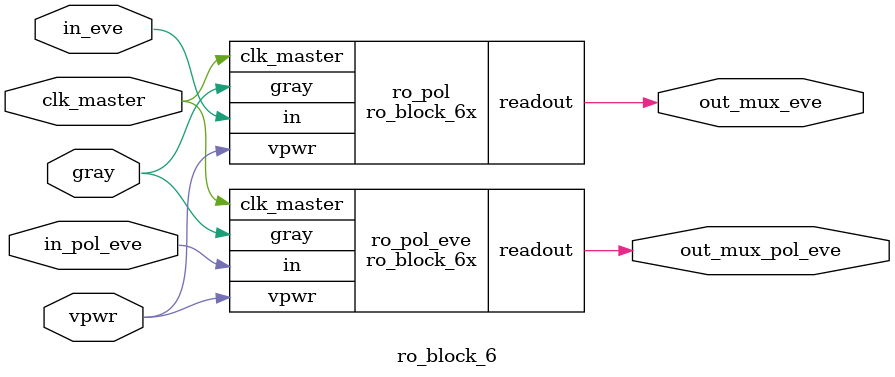
<source format=v>
`include "./../feedback/tbuf.v"
`include "./../feedback/gray_count.v"
`include "./../feedback/asyn_rst_dff.v"
`include "./../feedback/asyn_rst_dff_n.v"
`include "./../feedback/mux_2_1.v"
`include "./../feedback/buffer.v"
`timescale 1ns/1fs


module edge_ff_n(
input d,rstb,clk,
output wire out);
wire [1:0]q;
wire buff_out;
//wire rstb_inv; //rstb_inv used after passing the reset signal(clk_ext) through an inverter.
//assign rstb_inv=~rstb;
buffer bf(.in(clk),.out(buff_out));
asyn_rst_dff dff(.clk(buff_out),.d(d),.rstb(rstb),.q(q[1]));
asyn_rst_dff_n dff_n(.clk(buff_out),.d(d),.rstb(rstb),.q(q[0]));
mux_2_1 mux(.in_0(q[0]),.in_1(q[1]),.sel(clk),.out(out));
endmodule

//first_readout_block fastest data out
module ro_block_6x(
	input vpwr,
	input gray,clk_master,in, //pwr is the vdd input 
	output wire readout);	   //gray is the gray clk bits
	wire eff_out,eff_outb;	
	assign eff_outb=~eff_out;		   

	edge_ff_n eff(
		.d(vpwr),		//readout is the output of the readout block.
		.rstb(clk_master), //clkdiv2 is the max frequency of the core.
		.clk(gray),
		.out(eff_out));

	tbuf tribuf(
		.in(in),
		.ctrlb(eff_outb),
		.out(readout));
endmodule

module ro_block_6(
	input vpwr,
	input gray,clk_master,
	input in_eve,in_pol_eve,
	output wire out_mux_eve,out_mux_pol_eve);
	
	ro_block_6x ro_pol(
		.vpwr(vpwr),
		.gray(gray),
		.clk_master(clk_master),
		.in(in_eve),
		.readout(out_mux_eve));

	ro_block_6x ro_pol_eve(
		.vpwr(vpwr),
		.gray(gray),
		.clk_master(clk_master),
		.in(in_pol_eve),
		.readout(out_mux_pol_eve));
endmodule





/*
//Testbench
//gc: Gray Counter
//c: Counter
//clk_ext_global: master clock
module tb_ro_block_6;						   //gc_clk is the gray counter clock
	reg vpwr,clk_master,clkdiv2,rstb,in_eve,in_pol_eve; //vpwr is the connection to d pin of eff
	wire [18:0]gc_clk;						   //clk_master is the global external clock 
	wire [1:0]read_out_iq;					   //clkdiv2 is the max core clock
	parameter PERIOD_MASTER=400;			   //read_out_iq[1]: out_mux_pol_eve
	real clk_master_half_pd=PERIOD_MASTER/2;   //read_out_iq[0]:out_mux_eve
	parameter n=6; // n is core's index.
	parameter PERIOD_CORE=400*(2**(n-1));
	real clk_core_half_pd=(PERIOD_CORE)/2;
	real comp_out_half_pd=PERIOD_CORE;//factor of 2 is multiplied here because the period of comput is double that of the core clock
	
	//module instantiation	
	gray_count gc_clock(
		.clk(clk_master), 
		.reset(rstb), 
		.gray_count(gc_clk[18:0]));

	ro_block_6 ro_block(
		.vpwr(vpwr),
		.gray(gc_clk[n-1]), //parameterize the testbench for all the readouts
		.clk_master(clk_master),
		.in_eve(in_eve),
		.in_pol_eve(in_pol_eve),
		.out_mux_eve(read_out_iq[0]),
		.out_mux_pol_eve(read_out_iq[1]));

	initial begin
	$dumpfile("ro_block_6.vcd");
	$dumpvars;
	end 

	//signal generation
	initial begin
		clk_master=0;
		forever
			#(clk_master_half_pd)clk_master = ~clk_master; //ext_clk generation freq=2.56 MHz
	end

	initial begin
		clkdiv2=0;
		//#(clk_master_half_pd) clkdiv2=1;
		forever
			#(clk_core_half_pd)clkdiv2 = ~clkdiv2; //ext_clk generation freq=2.56 MHz
	end

	//modelling in_eve(or in_pol_eve) using comp_out as it follows the same edges for its data release. 	
	always @(posedge rstb or negedge rstb or negedge clkdiv2) begin
		//in_eve=0;
			if(rstb&~clkdiv2) begin
				#2 in_eve<=1;
				#(comp_out_half_pd) in_eve=~in_eve;
				end
			else in_eve<=in_eve;
	end 

	//modelling in_eve(or in_pol_eve) using comp_out as it follows the same edges for its data release. 	
	always @(posedge rstb or negedge rstb or negedge clkdiv2) begin
		//in_pol_eve=0;
			if(rstb&~clkdiv2) begin
				#2 in_pol_eve<=1;
				#(comp_out_half_pd) in_pol_eve=~in_pol_eve;
				end
			else in_pol_eve<=in_pol_eve;
	end 


	initial begin
		rstb=0;
		vpwr=1;
		#5 rstb=1;
		repeat(700) @(posedge clkdiv2);
     	#100;
		$finish; 
	end
	endmodule
*/


</source>
